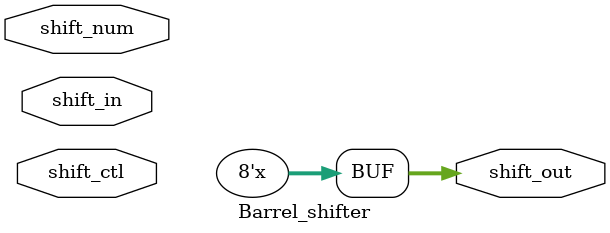
<source format=v>
module Barrel_shifter(

input[7:0]	shift_in,
input[2:0]	shift_num,
input[1:0]	shift_ctl,
output reg [7:0]	shift_out
);

 reg [7:0]	temp0;
 reg [7:0]      temp1;
 reg [7:0]      temp2;

 always@(shift_in or shift_num or shift_ctl)begin
	shift_out = temp2;
		case(shift_ctl)
		2'b00:begin 
		temp0 = shift_num[0] ? {shift_in[6:0],1'b0} : shift_in;
		temp1 = shift_num[1] ? {temp0[5:0],{2{1'b0}}} : temp0;
		temp2 = shift_num[2] ? {temp1[3:0],{4{1'b0}}} : temp1;
		end // a/l shift left
		2'b01:begin 
		temp0 = shift_num[0] ? {1'b0,shift_in[7:1]} : shift_in;
		temp1 = shift_num[1] ? {{2{1'b0}},temp0[7:2]} : temp0;
 		temp2 = shift_num[2] ? {{4{1'b0}},temp1[7:4]} : temp1;
		end // l shift right
		2'b10:begin 
		temp0 = shift_num[0] ? {shift_in[7],shift_in[7:1]} : shift_in;      
		temp1 = shift_num[1] ? {temp0[7],1'b0,temp0[7:2]} : temp0;
		temp2 = shift_num[2] ? {temp1[7],{3{1'b0}},temp1[7:4]} : temp1; 
		end // a shift right
		2'b11:begin 
		temp0 = shift_num[0] ? {shift_in[0],shift_in[7:1]} : shift_in;   
		temp1 = shift_num[1] ? {temp0[1:0],temp0[7:2]} : temp0;
		temp2 = shift_num[2] ? {temp1[3:0],temp1[7:4]} : temp1;
		end // rotate  right
		default:begin	shift_out = shift_in;  				end
		endcase	
 end

endmodule

</source>
